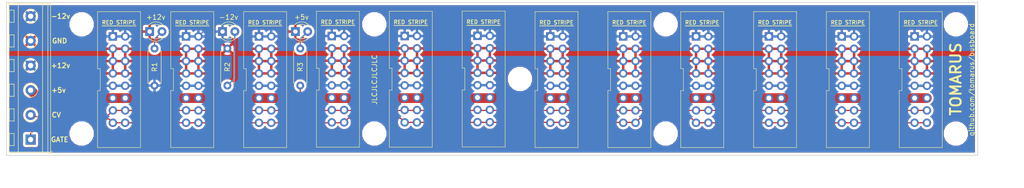
<source format=kicad_pcb>
(kicad_pcb (version 20171130) (host pcbnew 5.0.2+dfsg1-1~bpo9+1)
  (layers (0 F.Cu signal) (31 B.Cu signal) (34 B.Paste user hide) (35 F.Paste user hide) (36 B.SilkS user) (37 F.SilkS user) (38 B.Mask user) (39 F.Mask user) (44 Edge.Cuts user))
  (net 0 "")
  (net 1 -12V)
  (net 2 GND)
  (net 3 +12V)
  (net 4 +5V)
  (net 5 /INT_CV)
  (net 6 /INT_GATE)
  (net 7 "Net-(D1-Pad2)")
  (net 8 "Net-(D3-Pad2)")
  (net 9 "Net-(D2-Pad2)")
  (module MountingHole:MountingHole_4.3mm_M4 (layer F.Cu) (at 177.75 77.5)
    (fp_text reference REF** hide)
    (fp_text value MountingHole_4.3mm_M4)
    (pad "" np_thru_hole circle (at 0 0) (size 4 4) (drill 4) (layers *.Cu *.Mask))
  )
  (module MountingHole:MountingHole_4.3mm_M4 (layer F.Cu) (at 117.75 77.5)
    (fp_text reference REF** hide)
    (fp_text value MountingHole_4.3mm_M4)
    (pad "" np_thru_hole circle (at 0 0) (size 4 4) (drill 4) (layers *.Cu *.Mask))
  )
  (module MountingHole:MountingHole_4.3mm_M4 (layer F.Cu) (at 177.75 55)
    (fp_text reference REF** hide)
    (fp_text value MountingHole_4.3mm_M4)
    (pad "" np_thru_hole circle (at 0 0) (size 4 4) (drill 4) (layers *.Cu *.Mask))
  )
  (module MountingHole:MountingHole_4.3mm_M4 (layer F.Cu) (at 117.75 55)
    (fp_text reference REF** hide)
    (fp_text value MountingHole_4.3mm_M4)
    (pad "" np_thru_hole circle (at 0 0) (size 4 4) (drill 4) (layers *.Cu *.Mask))
  )
  (module Tomarus:IDC-Header_2x08_P2.54mm_Vertical_Eurorack (layer F.Cu) (at 63.92 57.5)
    (fp_text reference J1 hide)
    (fp_text value Conn_02x08_Odd_Even)
    (fp_line (start -3.15468 -5.09524) (end -3.15468 6.6294) (layer F.SilkS) (width 0.1))
    (fp_line (start -3.15468 22.87524) (end -3.15468 11.14552) (layer F.SilkS) (width 0.1))
    (fp_line (start -2.6035 11.1379) (end -2.6035 6.6421) (layer F.SilkS) (width 0.1))
    (fp_line (start -2.2 -2.165) (end 4.75 -2.165) (layer F.SilkS) (width 0.15))
    (fp_text user "RED STRIPE" (at 1.25 -2.865) (layer F.SilkS) (effects (font (size 0.8 0.8))))
    (fp_line (start 5.695 22.88) (end -3.155 22.88) (layer F.SilkS) (width 0.1))
    (fp_line (start 5.695 -5.1) (end -3.155 -5.1) (layer F.SilkS) (width 0.1))
    (fp_line (start -2.605 11.14) (end -3.155 11.14) (layer F.SilkS) (width 0.1))
    (fp_line (start -2.605 6.64) (end -3.155 6.64) (layer F.SilkS) (width 0.1))
    (fp_line (start 5.695 -5.1) (end 5.695 22.88) (layer F.SilkS) (width 0.1))
    (pad 16 thru_hole oval (at 2.54 17.78) (size 1.7272 1.7272) (drill 1.016) (layers *.Cu *.Mask) (net 6 /INT_GATE))
    (pad 15 thru_hole oval (at 0 17.78) (size 1.7272 1.7272) (drill 1.016) (layers *.Cu *.Mask) (net 6 /INT_GATE))
    (pad 14 thru_hole oval (at 2.54 15.24) (size 1.7272 1.7272) (drill 1.016) (layers *.Cu *.Mask) (net 5 /INT_CV))
    (pad 13 thru_hole oval (at 0 15.24) (size 1.7272 1.7272) (drill 1.016) (layers *.Cu *.Mask) (net 5 /INT_CV))
    (pad 12 thru_hole oval (at 2.54 12.7) (size 1.7272 1.7272) (drill 1.016) (layers *.Cu *.Mask) (net 4 +5V))
    (pad 11 thru_hole oval (at 0 12.7) (size 1.7272 1.7272) (drill 1.016) (layers *.Cu *.Mask) (net 4 +5V))
    (pad 10 thru_hole oval (at 2.54 10.16) (size 1.7272 1.7272) (drill 1.016) (layers *.Cu *.Mask) (net 3 +12V))
    (pad 9 thru_hole oval (at 0 10.16) (size 1.7272 1.7272) (drill 1.016) (layers *.Cu *.Mask) (net 3 +12V))
    (pad 8 thru_hole oval (at 2.54 7.62) (size 1.7272 1.7272) (drill 1.016) (layers *.Cu *.Mask) (net 2 GND))
    (pad 7 thru_hole oval (at 0 7.62) (size 1.7272 1.7272) (drill 1.016) (layers *.Cu *.Mask) (net 2 GND))
    (pad 6 thru_hole oval (at 2.54 5.08) (size 1.7272 1.7272) (drill 1.016) (layers *.Cu *.Mask) (net 2 GND))
    (pad 5 thru_hole oval (at 0 5.08) (size 1.7272 1.7272) (drill 1.016) (layers *.Cu *.Mask) (net 2 GND))
    (pad 4 thru_hole oval (at 2.54 2.54) (size 1.7272 1.7272) (drill 1.016) (layers *.Cu *.Mask) (net 2 GND))
    (pad 3 thru_hole oval (at 0 2.54) (size 1.7272 1.7272) (drill 1.016) (layers *.Cu *.Mask) (net 2 GND))
    (pad 2 thru_hole oval (at 2.54 0) (size 1.7272 1.7272) (drill 1.016) (layers *.Cu *.Mask) (net 1 -12V))
    (pad 1 thru_hole rect (at 0 0) (size 1.7272 1.7272) (drill 1.016) (layers *.Cu *.Mask) (net 1 -12V))
  )
  (module Tomarus:IDC-Header_2x08_P2.54mm_Vertical_Eurorack (layer F.Cu) (at 79 57.5)
    (fp_text reference J2 hide)
    (fp_text value Conn_02x08_Odd_Even)
    (fp_line (start -3.15468 -5.09524) (end -3.15468 6.6294) (layer F.SilkS) (width 0.1))
    (fp_line (start -3.15468 22.87524) (end -3.15468 11.14552) (layer F.SilkS) (width 0.1))
    (fp_line (start -2.6035 11.1379) (end -2.6035 6.6421) (layer F.SilkS) (width 0.1))
    (fp_line (start -2.2 -2.165) (end 4.75 -2.165) (layer F.SilkS) (width 0.15))
    (fp_text user "RED STRIPE" (at 1.25 -2.865) (layer F.SilkS) (effects (font (size 0.8 0.8))))
    (fp_line (start 5.695 22.88) (end -3.155 22.88) (layer F.SilkS) (width 0.1))
    (fp_line (start 5.695 -5.1) (end -3.155 -5.1) (layer F.SilkS) (width 0.1))
    (fp_line (start -2.605 11.14) (end -3.155 11.14) (layer F.SilkS) (width 0.1))
    (fp_line (start -2.605 6.64) (end -3.155 6.64) (layer F.SilkS) (width 0.1))
    (fp_line (start 5.695 -5.1) (end 5.695 22.88) (layer F.SilkS) (width 0.1))
    (pad 16 thru_hole oval (at 2.54 17.78) (size 1.7272 1.7272) (drill 1.016) (layers *.Cu *.Mask) (net 6 /INT_GATE))
    (pad 15 thru_hole oval (at 0 17.78) (size 1.7272 1.7272) (drill 1.016) (layers *.Cu *.Mask) (net 6 /INT_GATE))
    (pad 14 thru_hole oval (at 2.54 15.24) (size 1.7272 1.7272) (drill 1.016) (layers *.Cu *.Mask) (net 5 /INT_CV))
    (pad 13 thru_hole oval (at 0 15.24) (size 1.7272 1.7272) (drill 1.016) (layers *.Cu *.Mask) (net 5 /INT_CV))
    (pad 12 thru_hole oval (at 2.54 12.7) (size 1.7272 1.7272) (drill 1.016) (layers *.Cu *.Mask) (net 4 +5V))
    (pad 11 thru_hole oval (at 0 12.7) (size 1.7272 1.7272) (drill 1.016) (layers *.Cu *.Mask) (net 4 +5V))
    (pad 10 thru_hole oval (at 2.54 10.16) (size 1.7272 1.7272) (drill 1.016) (layers *.Cu *.Mask) (net 3 +12V))
    (pad 9 thru_hole oval (at 0 10.16) (size 1.7272 1.7272) (drill 1.016) (layers *.Cu *.Mask) (net 3 +12V))
    (pad 8 thru_hole oval (at 2.54 7.62) (size 1.7272 1.7272) (drill 1.016) (layers *.Cu *.Mask) (net 2 GND))
    (pad 7 thru_hole oval (at 0 7.62) (size 1.7272 1.7272) (drill 1.016) (layers *.Cu *.Mask) (net 2 GND))
    (pad 6 thru_hole oval (at 2.54 5.08) (size 1.7272 1.7272) (drill 1.016) (layers *.Cu *.Mask) (net 2 GND))
    (pad 5 thru_hole oval (at 0 5.08) (size 1.7272 1.7272) (drill 1.016) (layers *.Cu *.Mask) (net 2 GND))
    (pad 4 thru_hole oval (at 2.54 2.54) (size 1.7272 1.7272) (drill 1.016) (layers *.Cu *.Mask) (net 2 GND))
    (pad 3 thru_hole oval (at 0 2.54) (size 1.7272 1.7272) (drill 1.016) (layers *.Cu *.Mask) (net 2 GND))
    (pad 2 thru_hole oval (at 2.54 0) (size 1.7272 1.7272) (drill 1.016) (layers *.Cu *.Mask) (net 1 -12V))
    (pad 1 thru_hole rect (at 0 0) (size 1.7272 1.7272) (drill 1.016) (layers *.Cu *.Mask) (net 1 -12V))
  )
  (module Tomarus:IDC-Header_2x08_P2.54mm_Vertical_Eurorack (layer F.Cu) (at 94 57.5)
    (fp_text reference J3 hide)
    (fp_text value Conn_02x08_Odd_Even)
    (fp_line (start -3.15468 -5.09524) (end -3.15468 6.6294) (layer F.SilkS) (width 0.1))
    (fp_line (start -3.15468 22.87524) (end -3.15468 11.14552) (layer F.SilkS) (width 0.1))
    (fp_line (start -2.6035 11.1379) (end -2.6035 6.6421) (layer F.SilkS) (width 0.1))
    (fp_line (start -2.2 -2.165) (end 4.75 -2.165) (layer F.SilkS) (width 0.15))
    (fp_text user "RED STRIPE" (at 1.25 -2.865) (layer F.SilkS) (effects (font (size 0.8 0.8))))
    (fp_line (start 5.695 22.88) (end -3.155 22.88) (layer F.SilkS) (width 0.1))
    (fp_line (start 5.695 -5.1) (end -3.155 -5.1) (layer F.SilkS) (width 0.1))
    (fp_line (start -2.605 11.14) (end -3.155 11.14) (layer F.SilkS) (width 0.1))
    (fp_line (start -2.605 6.64) (end -3.155 6.64) (layer F.SilkS) (width 0.1))
    (fp_line (start 5.695 -5.1) (end 5.695 22.88) (layer F.SilkS) (width 0.1))
    (pad 16 thru_hole oval (at 2.54 17.78) (size 1.7272 1.7272) (drill 1.016) (layers *.Cu *.Mask) (net 6 /INT_GATE))
    (pad 15 thru_hole oval (at 0 17.78) (size 1.7272 1.7272) (drill 1.016) (layers *.Cu *.Mask) (net 6 /INT_GATE))
    (pad 14 thru_hole oval (at 2.54 15.24) (size 1.7272 1.7272) (drill 1.016) (layers *.Cu *.Mask) (net 5 /INT_CV))
    (pad 13 thru_hole oval (at 0 15.24) (size 1.7272 1.7272) (drill 1.016) (layers *.Cu *.Mask) (net 5 /INT_CV))
    (pad 12 thru_hole oval (at 2.54 12.7) (size 1.7272 1.7272) (drill 1.016) (layers *.Cu *.Mask) (net 4 +5V))
    (pad 11 thru_hole oval (at 0 12.7) (size 1.7272 1.7272) (drill 1.016) (layers *.Cu *.Mask) (net 4 +5V))
    (pad 10 thru_hole oval (at 2.54 10.16) (size 1.7272 1.7272) (drill 1.016) (layers *.Cu *.Mask) (net 3 +12V))
    (pad 9 thru_hole oval (at 0 10.16) (size 1.7272 1.7272) (drill 1.016) (layers *.Cu *.Mask) (net 3 +12V))
    (pad 8 thru_hole oval (at 2.54 7.62) (size 1.7272 1.7272) (drill 1.016) (layers *.Cu *.Mask) (net 2 GND))
    (pad 7 thru_hole oval (at 0 7.62) (size 1.7272 1.7272) (drill 1.016) (layers *.Cu *.Mask) (net 2 GND))
    (pad 6 thru_hole oval (at 2.54 5.08) (size 1.7272 1.7272) (drill 1.016) (layers *.Cu *.Mask) (net 2 GND))
    (pad 5 thru_hole oval (at 0 5.08) (size 1.7272 1.7272) (drill 1.016) (layers *.Cu *.Mask) (net 2 GND))
    (pad 4 thru_hole oval (at 2.54 2.54) (size 1.7272 1.7272) (drill 1.016) (layers *.Cu *.Mask) (net 2 GND))
    (pad 3 thru_hole oval (at 0 2.54) (size 1.7272 1.7272) (drill 1.016) (layers *.Cu *.Mask) (net 2 GND))
    (pad 2 thru_hole oval (at 2.54 0) (size 1.7272 1.7272) (drill 1.016) (layers *.Cu *.Mask) (net 1 -12V))
    (pad 1 thru_hole rect (at 0 0) (size 1.7272 1.7272) (drill 1.016) (layers *.Cu *.Mask) (net 1 -12V))
  )
  (module Tomarus:IDC-Header_2x08_P2.54mm_Vertical_Eurorack (layer F.Cu) (at 109 57.42)
    (fp_text reference J4 hide)
    (fp_text value Conn_02x08_Odd_Even)
    (fp_line (start -3.15468 -5.09524) (end -3.15468 6.6294) (layer F.SilkS) (width 0.1))
    (fp_line (start -3.15468 22.87524) (end -3.15468 11.14552) (layer F.SilkS) (width 0.1))
    (fp_line (start -2.6035 11.1379) (end -2.6035 6.6421) (layer F.SilkS) (width 0.1))
    (fp_line (start -2.2 -2.165) (end 4.75 -2.165) (layer F.SilkS) (width 0.15))
    (fp_text user "RED STRIPE" (at 1.25 -2.865) (layer F.SilkS) (effects (font (size 0.8 0.8))))
    (fp_line (start 5.695 22.88) (end -3.155 22.88) (layer F.SilkS) (width 0.1))
    (fp_line (start 5.695 -5.1) (end -3.155 -5.1) (layer F.SilkS) (width 0.1))
    (fp_line (start -2.605 11.14) (end -3.155 11.14) (layer F.SilkS) (width 0.1))
    (fp_line (start -2.605 6.64) (end -3.155 6.64) (layer F.SilkS) (width 0.1))
    (fp_line (start 5.695 -5.1) (end 5.695 22.88) (layer F.SilkS) (width 0.1))
    (pad 16 thru_hole oval (at 2.54 17.78) (size 1.7272 1.7272) (drill 1.016) (layers *.Cu *.Mask) (net 6 /INT_GATE))
    (pad 15 thru_hole oval (at 0 17.78) (size 1.7272 1.7272) (drill 1.016) (layers *.Cu *.Mask) (net 6 /INT_GATE))
    (pad 14 thru_hole oval (at 2.54 15.24) (size 1.7272 1.7272) (drill 1.016) (layers *.Cu *.Mask) (net 5 /INT_CV))
    (pad 13 thru_hole oval (at 0 15.24) (size 1.7272 1.7272) (drill 1.016) (layers *.Cu *.Mask) (net 5 /INT_CV))
    (pad 12 thru_hole oval (at 2.54 12.7) (size 1.7272 1.7272) (drill 1.016) (layers *.Cu *.Mask) (net 4 +5V))
    (pad 11 thru_hole oval (at 0 12.7) (size 1.7272 1.7272) (drill 1.016) (layers *.Cu *.Mask) (net 4 +5V))
    (pad 10 thru_hole oval (at 2.54 10.16) (size 1.7272 1.7272) (drill 1.016) (layers *.Cu *.Mask) (net 3 +12V))
    (pad 9 thru_hole oval (at 0 10.16) (size 1.7272 1.7272) (drill 1.016) (layers *.Cu *.Mask) (net 3 +12V))
    (pad 8 thru_hole oval (at 2.54 7.62) (size 1.7272 1.7272) (drill 1.016) (layers *.Cu *.Mask) (net 2 GND))
    (pad 7 thru_hole oval (at 0 7.62) (size 1.7272 1.7272) (drill 1.016) (layers *.Cu *.Mask) (net 2 GND))
    (pad 6 thru_hole oval (at 2.54 5.08) (size 1.7272 1.7272) (drill 1.016) (layers *.Cu *.Mask) (net 2 GND))
    (pad 5 thru_hole oval (at 0 5.08) (size 1.7272 1.7272) (drill 1.016) (layers *.Cu *.Mask) (net 2 GND))
    (pad 4 thru_hole oval (at 2.54 2.54) (size 1.7272 1.7272) (drill 1.016) (layers *.Cu *.Mask) (net 2 GND))
    (pad 3 thru_hole oval (at 0 2.54) (size 1.7272 1.7272) (drill 1.016) (layers *.Cu *.Mask) (net 2 GND))
    (pad 2 thru_hole oval (at 2.54 0) (size 1.7272 1.7272) (drill 1.016) (layers *.Cu *.Mask) (net 1 -12V))
    (pad 1 thru_hole rect (at 0 0) (size 1.7272 1.7272) (drill 1.016) (layers *.Cu *.Mask) (net 1 -12V))
  )
  (module Tomarus:IDC-Header_2x08_P2.54mm_Vertical_Eurorack (layer F.Cu) (at 124 57.42)
    (fp_text reference J5 hide)
    (fp_text value Conn_02x08_Odd_Even)
    (fp_line (start -3.15468 -5.09524) (end -3.15468 6.6294) (layer F.SilkS) (width 0.1))
    (fp_line (start -3.15468 22.87524) (end -3.15468 11.14552) (layer F.SilkS) (width 0.1))
    (fp_line (start -2.6035 11.1379) (end -2.6035 6.6421) (layer F.SilkS) (width 0.1))
    (fp_line (start -2.2 -2.165) (end 4.75 -2.165) (layer F.SilkS) (width 0.15))
    (fp_text user "RED STRIPE" (at 1.25 -2.865) (layer F.SilkS) (effects (font (size 0.8 0.8))))
    (fp_line (start 5.695 22.88) (end -3.155 22.88) (layer F.SilkS) (width 0.1))
    (fp_line (start 5.695 -5.1) (end -3.155 -5.1) (layer F.SilkS) (width 0.1))
    (fp_line (start -2.605 11.14) (end -3.155 11.14) (layer F.SilkS) (width 0.1))
    (fp_line (start -2.605 6.64) (end -3.155 6.64) (layer F.SilkS) (width 0.1))
    (fp_line (start 5.695 -5.1) (end 5.695 22.88) (layer F.SilkS) (width 0.1))
    (pad 16 thru_hole oval (at 2.54 17.78) (size 1.7272 1.7272) (drill 1.016) (layers *.Cu *.Mask) (net 6 /INT_GATE))
    (pad 15 thru_hole oval (at 0 17.78) (size 1.7272 1.7272) (drill 1.016) (layers *.Cu *.Mask) (net 6 /INT_GATE))
    (pad 14 thru_hole oval (at 2.54 15.24) (size 1.7272 1.7272) (drill 1.016) (layers *.Cu *.Mask) (net 5 /INT_CV))
    (pad 13 thru_hole oval (at 0 15.24) (size 1.7272 1.7272) (drill 1.016) (layers *.Cu *.Mask) (net 5 /INT_CV))
    (pad 12 thru_hole oval (at 2.54 12.7) (size 1.7272 1.7272) (drill 1.016) (layers *.Cu *.Mask) (net 4 +5V))
    (pad 11 thru_hole oval (at 0 12.7) (size 1.7272 1.7272) (drill 1.016) (layers *.Cu *.Mask) (net 4 +5V))
    (pad 10 thru_hole oval (at 2.54 10.16) (size 1.7272 1.7272) (drill 1.016) (layers *.Cu *.Mask) (net 3 +12V))
    (pad 9 thru_hole oval (at 0 10.16) (size 1.7272 1.7272) (drill 1.016) (layers *.Cu *.Mask) (net 3 +12V))
    (pad 8 thru_hole oval (at 2.54 7.62) (size 1.7272 1.7272) (drill 1.016) (layers *.Cu *.Mask) (net 2 GND))
    (pad 7 thru_hole oval (at 0 7.62) (size 1.7272 1.7272) (drill 1.016) (layers *.Cu *.Mask) (net 2 GND))
    (pad 6 thru_hole oval (at 2.54 5.08) (size 1.7272 1.7272) (drill 1.016) (layers *.Cu *.Mask) (net 2 GND))
    (pad 5 thru_hole oval (at 0 5.08) (size 1.7272 1.7272) (drill 1.016) (layers *.Cu *.Mask) (net 2 GND))
    (pad 4 thru_hole oval (at 2.54 2.54) (size 1.7272 1.7272) (drill 1.016) (layers *.Cu *.Mask) (net 2 GND))
    (pad 3 thru_hole oval (at 0 2.54) (size 1.7272 1.7272) (drill 1.016) (layers *.Cu *.Mask) (net 2 GND))
    (pad 2 thru_hole oval (at 2.54 0) (size 1.7272 1.7272) (drill 1.016) (layers *.Cu *.Mask) (net 1 -12V))
    (pad 1 thru_hole rect (at 0 0) (size 1.7272 1.7272) (drill 1.016) (layers *.Cu *.Mask) (net 1 -12V))
  )
  (module Tomarus:IDC-Header_2x08_P2.54mm_Vertical_Eurorack (layer F.Cu) (at 139 57.38)
    (fp_text reference J6 hide)
    (fp_text value Conn_02x08_Odd_Even)
    (fp_line (start -3.15468 -5.09524) (end -3.15468 6.6294) (layer F.SilkS) (width 0.1))
    (fp_line (start -3.15468 22.87524) (end -3.15468 11.14552) (layer F.SilkS) (width 0.1))
    (fp_line (start -2.6035 11.1379) (end -2.6035 6.6421) (layer F.SilkS) (width 0.1))
    (fp_line (start -2.2 -2.165) (end 4.75 -2.165) (layer F.SilkS) (width 0.15))
    (fp_text user "RED STRIPE" (at 1.25 -2.865) (layer F.SilkS) (effects (font (size 0.8 0.8))))
    (fp_line (start 5.695 22.88) (end -3.155 22.88) (layer F.SilkS) (width 0.1))
    (fp_line (start 5.695 -5.1) (end -3.155 -5.1) (layer F.SilkS) (width 0.1))
    (fp_line (start -2.605 11.14) (end -3.155 11.14) (layer F.SilkS) (width 0.1))
    (fp_line (start -2.605 6.64) (end -3.155 6.64) (layer F.SilkS) (width 0.1))
    (fp_line (start 5.695 -5.1) (end 5.695 22.88) (layer F.SilkS) (width 0.1))
    (pad 16 thru_hole oval (at 2.54 17.78) (size 1.7272 1.7272) (drill 1.016) (layers *.Cu *.Mask) (net 6 /INT_GATE))
    (pad 15 thru_hole oval (at 0 17.78) (size 1.7272 1.7272) (drill 1.016) (layers *.Cu *.Mask) (net 6 /INT_GATE))
    (pad 14 thru_hole oval (at 2.54 15.24) (size 1.7272 1.7272) (drill 1.016) (layers *.Cu *.Mask) (net 5 /INT_CV))
    (pad 13 thru_hole oval (at 0 15.24) (size 1.7272 1.7272) (drill 1.016) (layers *.Cu *.Mask) (net 5 /INT_CV))
    (pad 12 thru_hole oval (at 2.54 12.7) (size 1.7272 1.7272) (drill 1.016) (layers *.Cu *.Mask) (net 4 +5V))
    (pad 11 thru_hole oval (at 0 12.7) (size 1.7272 1.7272) (drill 1.016) (layers *.Cu *.Mask) (net 4 +5V))
    (pad 10 thru_hole oval (at 2.54 10.16) (size 1.7272 1.7272) (drill 1.016) (layers *.Cu *.Mask) (net 3 +12V))
    (pad 9 thru_hole oval (at 0 10.16) (size 1.7272 1.7272) (drill 1.016) (layers *.Cu *.Mask) (net 3 +12V))
    (pad 8 thru_hole oval (at 2.54 7.62) (size 1.7272 1.7272) (drill 1.016) (layers *.Cu *.Mask) (net 2 GND))
    (pad 7 thru_hole oval (at 0 7.62) (size 1.7272 1.7272) (drill 1.016) (layers *.Cu *.Mask) (net 2 GND))
    (pad 6 thru_hole oval (at 2.54 5.08) (size 1.7272 1.7272) (drill 1.016) (layers *.Cu *.Mask) (net 2 GND))
    (pad 5 thru_hole oval (at 0 5.08) (size 1.7272 1.7272) (drill 1.016) (layers *.Cu *.Mask) (net 2 GND))
    (pad 4 thru_hole oval (at 2.54 2.54) (size 1.7272 1.7272) (drill 1.016) (layers *.Cu *.Mask) (net 2 GND))
    (pad 3 thru_hole oval (at 0 2.54) (size 1.7272 1.7272) (drill 1.016) (layers *.Cu *.Mask) (net 2 GND))
    (pad 2 thru_hole oval (at 2.54 0) (size 1.7272 1.7272) (drill 1.016) (layers *.Cu *.Mask) (net 1 -12V))
    (pad 1 thru_hole rect (at 0 0) (size 1.7272 1.7272) (drill 1.016) (layers *.Cu *.Mask) (net 1 -12V))
  )
  (module Tomarus:IDC-Header_2x08_P2.54mm_Vertical_Eurorack (layer F.Cu) (at 154 57.5)
    (fp_text reference J7 hide)
    (fp_text value Conn_02x08_Odd_Even)
    (fp_line (start -3.15468 -5.09524) (end -3.15468 6.6294) (layer F.SilkS) (width 0.1))
    (fp_line (start -3.15468 22.87524) (end -3.15468 11.14552) (layer F.SilkS) (width 0.1))
    (fp_line (start -2.6035 11.1379) (end -2.6035 6.6421) (layer F.SilkS) (width 0.1))
    (fp_line (start -2.2 -2.165) (end 4.75 -2.165) (layer F.SilkS) (width 0.15))
    (fp_text user "RED STRIPE" (at 1.25 -2.865) (layer F.SilkS) (effects (font (size 0.8 0.8))))
    (fp_line (start 5.695 22.88) (end -3.155 22.88) (layer F.SilkS) (width 0.1))
    (fp_line (start 5.695 -5.1) (end -3.155 -5.1) (layer F.SilkS) (width 0.1))
    (fp_line (start -2.605 11.14) (end -3.155 11.14) (layer F.SilkS) (width 0.1))
    (fp_line (start -2.605 6.64) (end -3.155 6.64) (layer F.SilkS) (width 0.1))
    (fp_line (start 5.695 -5.1) (end 5.695 22.88) (layer F.SilkS) (width 0.1))
    (pad 16 thru_hole oval (at 2.54 17.78) (size 1.7272 1.7272) (drill 1.016) (layers *.Cu *.Mask) (net 6 /INT_GATE))
    (pad 15 thru_hole oval (at 0 17.78) (size 1.7272 1.7272) (drill 1.016) (layers *.Cu *.Mask) (net 6 /INT_GATE))
    (pad 14 thru_hole oval (at 2.54 15.24) (size 1.7272 1.7272) (drill 1.016) (layers *.Cu *.Mask) (net 5 /INT_CV))
    (pad 13 thru_hole oval (at 0 15.24) (size 1.7272 1.7272) (drill 1.016) (layers *.Cu *.Mask) (net 5 /INT_CV))
    (pad 12 thru_hole oval (at 2.54 12.7) (size 1.7272 1.7272) (drill 1.016) (layers *.Cu *.Mask) (net 4 +5V))
    (pad 11 thru_hole oval (at 0 12.7) (size 1.7272 1.7272) (drill 1.016) (layers *.Cu *.Mask) (net 4 +5V))
    (pad 10 thru_hole oval (at 2.54 10.16) (size 1.7272 1.7272) (drill 1.016) (layers *.Cu *.Mask) (net 3 +12V))
    (pad 9 thru_hole oval (at 0 10.16) (size 1.7272 1.7272) (drill 1.016) (layers *.Cu *.Mask) (net 3 +12V))
    (pad 8 thru_hole oval (at 2.54 7.62) (size 1.7272 1.7272) (drill 1.016) (layers *.Cu *.Mask) (net 2 GND))
    (pad 7 thru_hole oval (at 0 7.62) (size 1.7272 1.7272) (drill 1.016) (layers *.Cu *.Mask) (net 2 GND))
    (pad 6 thru_hole oval (at 2.54 5.08) (size 1.7272 1.7272) (drill 1.016) (layers *.Cu *.Mask) (net 2 GND))
    (pad 5 thru_hole oval (at 0 5.08) (size 1.7272 1.7272) (drill 1.016) (layers *.Cu *.Mask) (net 2 GND))
    (pad 4 thru_hole oval (at 2.54 2.54) (size 1.7272 1.7272) (drill 1.016) (layers *.Cu *.Mask) (net 2 GND))
    (pad 3 thru_hole oval (at 0 2.54) (size 1.7272 1.7272) (drill 1.016) (layers *.Cu *.Mask) (net 2 GND))
    (pad 2 thru_hole oval (at 2.54 0) (size 1.7272 1.7272) (drill 1.016) (layers *.Cu *.Mask) (net 1 -12V))
    (pad 1 thru_hole rect (at 0 0) (size 1.7272 1.7272) (drill 1.016) (layers *.Cu *.Mask) (net 1 -12V))
  )
  (module Tomarus:IDC-Header_2x08_P2.54mm_Vertical_Eurorack (layer F.Cu) (at 169 57.5)
    (fp_text reference J8 hide)
    (fp_text value Conn_02x08_Odd_Even)
    (fp_line (start -3.15468 -5.09524) (end -3.15468 6.6294) (layer F.SilkS) (width 0.1))
    (fp_line (start -3.15468 22.87524) (end -3.15468 11.14552) (layer F.SilkS) (width 0.1))
    (fp_line (start -2.6035 11.1379) (end -2.6035 6.6421) (layer F.SilkS) (width 0.1))
    (fp_line (start -2.2 -2.165) (end 4.75 -2.165) (layer F.SilkS) (width 0.15))
    (fp_text user "RED STRIPE" (at 1.25 -2.865) (layer F.SilkS) (effects (font (size 0.8 0.8))))
    (fp_line (start 5.695 22.88) (end -3.155 22.88) (layer F.SilkS) (width 0.1))
    (fp_line (start 5.695 -5.1) (end -3.155 -5.1) (layer F.SilkS) (width 0.1))
    (fp_line (start -2.605 11.14) (end -3.155 11.14) (layer F.SilkS) (width 0.1))
    (fp_line (start -2.605 6.64) (end -3.155 6.64) (layer F.SilkS) (width 0.1))
    (fp_line (start 5.695 -5.1) (end 5.695 22.88) (layer F.SilkS) (width 0.1))
    (pad 16 thru_hole oval (at 2.54 17.78) (size 1.7272 1.7272) (drill 1.016) (layers *.Cu *.Mask) (net 6 /INT_GATE))
    (pad 15 thru_hole oval (at 0 17.78) (size 1.7272 1.7272) (drill 1.016) (layers *.Cu *.Mask) (net 6 /INT_GATE))
    (pad 14 thru_hole oval (at 2.54 15.24) (size 1.7272 1.7272) (drill 1.016) (layers *.Cu *.Mask) (net 5 /INT_CV))
    (pad 13 thru_hole oval (at 0 15.24) (size 1.7272 1.7272) (drill 1.016) (layers *.Cu *.Mask) (net 5 /INT_CV))
    (pad 12 thru_hole oval (at 2.54 12.7) (size 1.7272 1.7272) (drill 1.016) (layers *.Cu *.Mask) (net 4 +5V))
    (pad 11 thru_hole oval (at 0 12.7) (size 1.7272 1.7272) (drill 1.016) (layers *.Cu *.Mask) (net 4 +5V))
    (pad 10 thru_hole oval (at 2.54 10.16) (size 1.7272 1.7272) (drill 1.016) (layers *.Cu *.Mask) (net 3 +12V))
    (pad 9 thru_hole oval (at 0 10.16) (size 1.7272 1.7272) (drill 1.016) (layers *.Cu *.Mask) (net 3 +12V))
    (pad 8 thru_hole oval (at 2.54 7.62) (size 1.7272 1.7272) (drill 1.016) (layers *.Cu *.Mask) (net 2 GND))
    (pad 7 thru_hole oval (at 0 7.62) (size 1.7272 1.7272) (drill 1.016) (layers *.Cu *.Mask) (net 2 GND))
    (pad 6 thru_hole oval (at 2.54 5.08) (size 1.7272 1.7272) (drill 1.016) (layers *.Cu *.Mask) (net 2 GND))
    (pad 5 thru_hole oval (at 0 5.08) (size 1.7272 1.7272) (drill 1.016) (layers *.Cu *.Mask) (net 2 GND))
    (pad 4 thru_hole oval (at 2.54 2.54) (size 1.7272 1.7272) (drill 1.016) (layers *.Cu *.Mask) (net 2 GND))
    (pad 3 thru_hole oval (at 0 2.54) (size 1.7272 1.7272) (drill 1.016) (layers *.Cu *.Mask) (net 2 GND))
    (pad 2 thru_hole oval (at 2.54 0) (size 1.7272 1.7272) (drill 1.016) (layers *.Cu *.Mask) (net 1 -12V))
    (pad 1 thru_hole rect (at 0 0) (size 1.7272 1.7272) (drill 1.016) (layers *.Cu *.Mask) (net 1 -12V))
  )
  (module Tomarus:IDC-Header_2x08_P2.54mm_Vertical_Eurorack (layer F.Cu) (at 184 57.5)
    (fp_text reference J9 hide)
    (fp_text value Conn_02x08_Odd_Even)
    (fp_line (start -3.15468 -5.09524) (end -3.15468 6.6294) (layer F.SilkS) (width 0.1))
    (fp_line (start -3.15468 22.87524) (end -3.15468 11.14552) (layer F.SilkS) (width 0.1))
    (fp_line (start -2.6035 11.1379) (end -2.6035 6.6421) (layer F.SilkS) (width 0.1))
    (fp_line (start -2.2 -2.165) (end 4.75 -2.165) (layer F.SilkS) (width 0.15))
    (fp_text user "RED STRIPE" (at 1.25 -2.865) (layer F.SilkS) (effects (font (size 0.8 0.8))))
    (fp_line (start 5.695 22.88) (end -3.155 22.88) (layer F.SilkS) (width 0.1))
    (fp_line (start 5.695 -5.1) (end -3.155 -5.1) (layer F.SilkS) (width 0.1))
    (fp_line (start -2.605 11.14) (end -3.155 11.14) (layer F.SilkS) (width 0.1))
    (fp_line (start -2.605 6.64) (end -3.155 6.64) (layer F.SilkS) (width 0.1))
    (fp_line (start 5.695 -5.1) (end 5.695 22.88) (layer F.SilkS) (width 0.1))
    (pad 16 thru_hole oval (at 2.54 17.78) (size 1.7272 1.7272) (drill 1.016) (layers *.Cu *.Mask) (net 6 /INT_GATE))
    (pad 15 thru_hole oval (at 0 17.78) (size 1.7272 1.7272) (drill 1.016) (layers *.Cu *.Mask) (net 6 /INT_GATE))
    (pad 14 thru_hole oval (at 2.54 15.24) (size 1.7272 1.7272) (drill 1.016) (layers *.Cu *.Mask) (net 5 /INT_CV))
    (pad 13 thru_hole oval (at 0 15.24) (size 1.7272 1.7272) (drill 1.016) (layers *.Cu *.Mask) (net 5 /INT_CV))
    (pad 12 thru_hole oval (at 2.54 12.7) (size 1.7272 1.7272) (drill 1.016) (layers *.Cu *.Mask) (net 4 +5V))
    (pad 11 thru_hole oval (at 0 12.7) (size 1.7272 1.7272) (drill 1.016) (layers *.Cu *.Mask) (net 4 +5V))
    (pad 10 thru_hole oval (at 2.54 10.16) (size 1.7272 1.7272) (drill 1.016) (layers *.Cu *.Mask) (net 3 +12V))
    (pad 9 thru_hole oval (at 0 10.16) (size 1.7272 1.7272) (drill 1.016) (layers *.Cu *.Mask) (net 3 +12V))
    (pad 8 thru_hole oval (at 2.54 7.62) (size 1.7272 1.7272) (drill 1.016) (layers *.Cu *.Mask) (net 2 GND))
    (pad 7 thru_hole oval (at 0 7.62) (size 1.7272 1.7272) (drill 1.016) (layers *.Cu *.Mask) (net 2 GND))
    (pad 6 thru_hole oval (at 2.54 5.08) (size 1.7272 1.7272) (drill 1.016) (layers *.Cu *.Mask) (net 2 GND))
    (pad 5 thru_hole oval (at 0 5.08) (size 1.7272 1.7272) (drill 1.016) (layers *.Cu *.Mask) (net 2 GND))
    (pad 4 thru_hole oval (at 2.54 2.54) (size 1.7272 1.7272) (drill 1.016) (layers *.Cu *.Mask) (net 2 GND))
    (pad 3 thru_hole oval (at 0 2.54) (size 1.7272 1.7272) (drill 1.016) (layers *.Cu *.Mask) (net 2 GND))
    (pad 2 thru_hole oval (at 2.54 0) (size 1.7272 1.7272) (drill 1.016) (layers *.Cu *.Mask) (net 1 -12V))
    (pad 1 thru_hole rect (at 0 0) (size 1.7272 1.7272) (drill 1.016) (layers *.Cu *.Mask) (net 1 -12V))
  )
  (module Tomarus:IDC-Header_2x08_P2.54mm_Vertical_Eurorack (layer F.Cu) (at 199 57.5)
    (fp_text reference J10 hide)
    (fp_text value Conn_02x08_Odd_Even)
    (fp_line (start -3.15468 -5.09524) (end -3.15468 6.6294) (layer F.SilkS) (width 0.1))
    (fp_line (start -3.15468 22.87524) (end -3.15468 11.14552) (layer F.SilkS) (width 0.1))
    (fp_line (start -2.6035 11.1379) (end -2.6035 6.6421) (layer F.SilkS) (width 0.1))
    (fp_line (start -2.2 -2.165) (end 4.75 -2.165) (layer F.SilkS) (width 0.15))
    (fp_text user "RED STRIPE" (at 1.25 -2.865) (layer F.SilkS) (effects (font (size 0.8 0.8))))
    (fp_line (start 5.695 22.88) (end -3.155 22.88) (layer F.SilkS) (width 0.1))
    (fp_line (start 5.695 -5.1) (end -3.155 -5.1) (layer F.SilkS) (width 0.1))
    (fp_line (start -2.605 11.14) (end -3.155 11.14) (layer F.SilkS) (width 0.1))
    (fp_line (start -2.605 6.64) (end -3.155 6.64) (layer F.SilkS) (width 0.1))
    (fp_line (start 5.695 -5.1) (end 5.695 22.88) (layer F.SilkS) (width 0.1))
    (pad 16 thru_hole oval (at 2.54 17.78) (size 1.7272 1.7272) (drill 1.016) (layers *.Cu *.Mask) (net 6 /INT_GATE))
    (pad 15 thru_hole oval (at 0 17.78) (size 1.7272 1.7272) (drill 1.016) (layers *.Cu *.Mask) (net 6 /INT_GATE))
    (pad 14 thru_hole oval (at 2.54 15.24) (size 1.7272 1.7272) (drill 1.016) (layers *.Cu *.Mask) (net 5 /INT_CV))
    (pad 13 thru_hole oval (at 0 15.24) (size 1.7272 1.7272) (drill 1.016) (layers *.Cu *.Mask) (net 5 /INT_CV))
    (pad 12 thru_hole oval (at 2.54 12.7) (size 1.7272 1.7272) (drill 1.016) (layers *.Cu *.Mask) (net 4 +5V))
    (pad 11 thru_hole oval (at 0 12.7) (size 1.7272 1.7272) (drill 1.016) (layers *.Cu *.Mask) (net 4 +5V))
    (pad 10 thru_hole oval (at 2.54 10.16) (size 1.7272 1.7272) (drill 1.016) (layers *.Cu *.Mask) (net 3 +12V))
    (pad 9 thru_hole oval (at 0 10.16) (size 1.7272 1.7272) (drill 1.016) (layers *.Cu *.Mask) (net 3 +12V))
    (pad 8 thru_hole oval (at 2.54 7.62) (size 1.7272 1.7272) (drill 1.016) (layers *.Cu *.Mask) (net 2 GND))
    (pad 7 thru_hole oval (at 0 7.62) (size 1.7272 1.7272) (drill 1.016) (layers *.Cu *.Mask) (net 2 GND))
    (pad 6 thru_hole oval (at 2.54 5.08) (size 1.7272 1.7272) (drill 1.016) (layers *.Cu *.Mask) (net 2 GND))
    (pad 5 thru_hole oval (at 0 5.08) (size 1.7272 1.7272) (drill 1.016) (layers *.Cu *.Mask) (net 2 GND))
    (pad 4 thru_hole oval (at 2.54 2.54) (size 1.7272 1.7272) (drill 1.016) (layers *.Cu *.Mask) (net 2 GND))
    (pad 3 thru_hole oval (at 0 2.54) (size 1.7272 1.7272) (drill 1.016) (layers *.Cu *.Mask) (net 2 GND))
    (pad 2 thru_hole oval (at 2.54 0) (size 1.7272 1.7272) (drill 1.016) (layers *.Cu *.Mask) (net 1 -12V))
    (pad 1 thru_hole rect (at 0 0) (size 1.7272 1.7272) (drill 1.016) (layers *.Cu *.Mask) (net 1 -12V))
  )
  (module Tomarus:IDC-Header_2x08_P2.54mm_Vertical_Eurorack (layer F.Cu) (at 214 57.5)
    (fp_text reference J11 hide)
    (fp_text value Conn_02x08_Odd_Even)
    (fp_line (start -3.15468 -5.09524) (end -3.15468 6.6294) (layer F.SilkS) (width 0.1))
    (fp_line (start -3.15468 22.87524) (end -3.15468 11.14552) (layer F.SilkS) (width 0.1))
    (fp_line (start -2.6035 11.1379) (end -2.6035 6.6421) (layer F.SilkS) (width 0.1))
    (fp_line (start -2.2 -2.165) (end 4.75 -2.165) (layer F.SilkS) (width 0.15))
    (fp_text user "RED STRIPE" (at 1.25 -2.865) (layer F.SilkS) (effects (font (size 0.8 0.8))))
    (fp_line (start 5.695 22.88) (end -3.155 22.88) (layer F.SilkS) (width 0.1))
    (fp_line (start 5.695 -5.1) (end -3.155 -5.1) (layer F.SilkS) (width 0.1))
    (fp_line (start -2.605 11.14) (end -3.155 11.14) (layer F.SilkS) (width 0.1))
    (fp_line (start -2.605 6.64) (end -3.155 6.64) (layer F.SilkS) (width 0.1))
    (fp_line (start 5.695 -5.1) (end 5.695 22.88) (layer F.SilkS) (width 0.1))
    (pad 16 thru_hole oval (at 2.54 17.78) (size 1.7272 1.7272) (drill 1.016) (layers *.Cu *.Mask) (net 6 /INT_GATE))
    (pad 15 thru_hole oval (at 0 17.78) (size 1.7272 1.7272) (drill 1.016) (layers *.Cu *.Mask) (net 6 /INT_GATE))
    (pad 14 thru_hole oval (at 2.54 15.24) (size 1.7272 1.7272) (drill 1.016) (layers *.Cu *.Mask) (net 5 /INT_CV))
    (pad 13 thru_hole oval (at 0 15.24) (size 1.7272 1.7272) (drill 1.016) (layers *.Cu *.Mask) (net 5 /INT_CV))
    (pad 12 thru_hole oval (at 2.54 12.7) (size 1.7272 1.7272) (drill 1.016) (layers *.Cu *.Mask) (net 4 +5V))
    (pad 11 thru_hole oval (at 0 12.7) (size 1.7272 1.7272) (drill 1.016) (layers *.Cu *.Mask) (net 4 +5V))
    (pad 10 thru_hole oval (at 2.54 10.16) (size 1.7272 1.7272) (drill 1.016) (layers *.Cu *.Mask) (net 3 +12V))
    (pad 9 thru_hole oval (at 0 10.16) (size 1.7272 1.7272) (drill 1.016) (layers *.Cu *.Mask) (net 3 +12V))
    (pad 8 thru_hole oval (at 2.54 7.62) (size 1.7272 1.7272) (drill 1.016) (layers *.Cu *.Mask) (net 2 GND))
    (pad 7 thru_hole oval (at 0 7.62) (size 1.7272 1.7272) (drill 1.016) (layers *.Cu *.Mask) (net 2 GND))
    (pad 6 thru_hole oval (at 2.54 5.08) (size 1.7272 1.7272) (drill 1.016) (layers *.Cu *.Mask) (net 2 GND))
    (pad 5 thru_hole oval (at 0 5.08) (size 1.7272 1.7272) (drill 1.016) (layers *.Cu *.Mask) (net 2 GND))
    (pad 4 thru_hole oval (at 2.54 2.54) (size 1.7272 1.7272) (drill 1.016) (layers *.Cu *.Mask) (net 2 GND))
    (pad 3 thru_hole oval (at 0 2.54) (size 1.7272 1.7272) (drill 1.016) (layers *.Cu *.Mask) (net 2 GND))
    (pad 2 thru_hole oval (at 2.54 0) (size 1.7272 1.7272) (drill 1.016) (layers *.Cu *.Mask) (net 1 -12V))
    (pad 1 thru_hole rect (at 0 0) (size 1.7272 1.7272) (drill 1.016) (layers *.Cu *.Mask) (net 1 -12V))
  )
  (module Tomarus:IDC-Header_2x08_P2.54mm_Vertical_Eurorack (layer F.Cu) (at 229 57.5)
    (fp_text reference J12 hide)
    (fp_text value Conn_02x08_Odd_Even)
    (fp_line (start -3.15468 -5.09524) (end -3.15468 6.6294) (layer F.SilkS) (width 0.1))
    (fp_line (start -3.15468 22.87524) (end -3.15468 11.14552) (layer F.SilkS) (width 0.1))
    (fp_line (start -2.6035 11.1379) (end -2.6035 6.6421) (layer F.SilkS) (width 0.1))
    (fp_line (start -2.2 -2.165) (end 4.75 -2.165) (layer F.SilkS) (width 0.15))
    (fp_text user "RED STRIPE" (at 1.25 -2.865) (layer F.SilkS) (effects (font (size 0.8 0.8))))
    (fp_line (start 5.695 22.88) (end -3.155 22.88) (layer F.SilkS) (width 0.1))
    (fp_line (start 5.695 -5.1) (end -3.155 -5.1) (layer F.SilkS) (width 0.1))
    (fp_line (start -2.605 11.14) (end -3.155 11.14) (layer F.SilkS) (width 0.1))
    (fp_line (start -2.605 6.64) (end -3.155 6.64) (layer F.SilkS) (width 0.1))
    (fp_line (start 5.695 -5.1) (end 5.695 22.88) (layer F.SilkS) (width 0.1))
    (pad 16 thru_hole oval (at 2.54 17.78) (size 1.7272 1.7272) (drill 1.016) (layers *.Cu *.Mask) (net 6 /INT_GATE))
    (pad 15 thru_hole oval (at 0 17.78) (size 1.7272 1.7272) (drill 1.016) (layers *.Cu *.Mask) (net 6 /INT_GATE))
    (pad 14 thru_hole oval (at 2.54 15.24) (size 1.7272 1.7272) (drill 1.016) (layers *.Cu *.Mask) (net 5 /INT_CV))
    (pad 13 thru_hole oval (at 0 15.24) (size 1.7272 1.7272) (drill 1.016) (layers *.Cu *.Mask) (net 5 /INT_CV))
    (pad 12 thru_hole oval (at 2.54 12.7) (size 1.7272 1.7272) (drill 1.016) (layers *.Cu *.Mask) (net 4 +5V))
    (pad 11 thru_hole oval (at 0 12.7) (size 1.7272 1.7272) (drill 1.016) (layers *.Cu *.Mask) (net 4 +5V))
    (pad 10 thru_hole oval (at 2.54 10.16) (size 1.7272 1.7272) (drill 1.016) (layers *.Cu *.Mask) (net 3 +12V))
    (pad 9 thru_hole oval (at 0 10.16) (size 1.7272 1.7272) (drill 1.016) (layers *.Cu *.Mask) (net 3 +12V))
    (pad 8 thru_hole oval (at 2.54 7.62) (size 1.7272 1.7272) (drill 1.016) (layers *.Cu *.Mask) (net 2 GND))
    (pad 7 thru_hole oval (at 0 7.62) (size 1.7272 1.7272) (drill 1.016) (layers *.Cu *.Mask) (net 2 GND))
    (pad 6 thru_hole oval (at 2.54 5.08) (size 1.7272 1.7272) (drill 1.016) (layers *.Cu *.Mask) (net 2 GND))
    (pad 5 thru_hole oval (at 0 5.08) (size 1.7272 1.7272) (drill 1.016) (layers *.Cu *.Mask) (net 2 GND))
    (pad 4 thru_hole oval (at 2.54 2.54) (size 1.7272 1.7272) (drill 1.016) (layers *.Cu *.Mask) (net 2 GND))
    (pad 3 thru_hole oval (at 0 2.54) (size 1.7272 1.7272) (drill 1.016) (layers *.Cu *.Mask) (net 2 GND))
    (pad 2 thru_hole oval (at 2.54 0) (size 1.7272 1.7272) (drill 1.016) (layers *.Cu *.Mask) (net 1 -12V))
    (pad 1 thru_hole rect (at 0 0) (size 1.7272 1.7272) (drill 1.016) (layers *.Cu *.Mask) (net 1 -12V))
  )
  (module MountingHole:MountingHole_4.3mm_M4 (layer F.Cu) (at 57.5 55)
    (fp_text reference REF** hide)
    (fp_text value MountingHole_4.3mm_M4)
    (pad "" np_thru_hole circle (at 0 0) (size 4 4) (drill 4) (layers *.Cu *.Mask))
  )
  (module MountingHole:MountingHole_4.3mm_M4 (layer F.Cu) (at 57.5 77.5)
    (fp_text reference REF** hide)
    (fp_text value MountingHole_4.3mm_M4)
    (pad "" np_thru_hole circle (at 0 0) (size 4 4) (drill 4) (layers *.Cu *.Mask))
  )
  (module MountingHole:MountingHole_4.3mm_M4 (layer F.Cu) (at 237.5 55)
    (fp_text reference REF** hide)
    (fp_text value MountingHole_4.3mm_M4)
    (pad "" np_thru_hole circle (at 0 0) (size 4 4) (drill 4) (layers *.Cu *.Mask))
  )
  (module MountingHole:MountingHole_4.3mm_M4 (layer F.Cu) (at 237.5 77.5)
    (fp_text reference REF** hide)
    (fp_text value MountingHole_4.3mm_M4)
    (pad "" np_thru_hole circle (at 0 0) (size 4 4) (drill 4) (layers *.Cu *.Mask))
  )
  (module MountingHole:MountingHole_4.3mm_M4 (layer F.Cu) (at 147.75 66.25)
    (fp_text reference REF** hide)
    (fp_text value MountingHole_4.3mm_M4)
    (pad "" np_thru_hole circle (at 0 0) (size 4 4) (drill 4) (layers *.Cu *.Mask))
  )
  (module TerminalBlock_RND:TerminalBlock_RND_205-00236_1x06_P5.08mm_Horizontal (layer F.Cu) (at 46.99 78.74 90)
    (fp_text reference J13 hide)
    (fp_text value Conn_01x06)
    (fp_arc (start 0 0) (end 0 1.43) (angle -26) (layer F.SilkS) (width 0.12))
    (fp_arc (start 0 0) (end 1.286 0.627) (angle -52) (layer F.SilkS) (width 0.12))
    (fp_arc (start 0 0) (end 0.627 -1.286) (angle -52) (layer F.SilkS) (width 0.12))
    (fp_arc (start 0 0) (end -1.286 -0.628) (angle -52) (layer F.SilkS) (width 0.12))
    (fp_arc (start 0 0) (end -0.628 1.286) (angle -27) (layer F.SilkS) (width 0.12))
    (fp_circle (center 5.08 0) (end 6.51 0) (layer F.SilkS) (width 0.12))
    (fp_circle (center 10.16 0) (end 11.59 0) (layer F.SilkS) (width 0.12))
    (fp_circle (center 15.24 0) (end 16.67 0) (layer F.SilkS) (width 0.12))
    (fp_circle (center 20.32 0) (end 21.75 0) (layer F.SilkS) (width 0.12))
    (fp_circle (center 25.4 0) (end 26.83 0) (layer F.SilkS) (width 0.12))
    (fp_line (start -2.6 3.55) (end 28 3.55) (layer F.SilkS) (width 0.12))
    (fp_line (start -2.6 2.45) (end 28 2.45) (layer F.SilkS) (width 0.12))
    (fp_line (start -2.6 -2.55) (end 28 -2.55) (layer F.SilkS) (width 0.12))
    (fp_line (start -2.6 -4.46) (end 28 -4.46) (layer F.SilkS) (width 0.12))
    (fp_line (start -2.6 4.11) (end 28 4.11) (layer F.SilkS) (width 0.12))
    (fp_line (start -2.6 -4.46) (end -2.6 4.11) (layer F.SilkS) (width 0.12))
    (fp_line (start 28 -4.46) (end 28 4.11) (layer F.SilkS) (width 0.12))
    (fp_line (start -1.25 -4.4) (end 1.25 -4.4) (layer F.SilkS) (width 0.12))
    (fp_line (start -1.25 -3.4) (end 1.25 -3.4) (layer F.SilkS) (width 0.12))
    (fp_line (start -1.25 -4.4) (end -1.25 -3.4) (layer F.SilkS) (width 0.12))
    (fp_line (start 1.25 -4.4) (end 1.25 -3.4) (layer F.SilkS) (width 0.12))
    (fp_line (start 6.165 -0.91) (end 6.105 -0.851) (layer F.SilkS) (width 0.12))
    (fp_line (start 4.21 1.045) (end 4.17 1.085) (layer F.SilkS) (width 0.12))
    (fp_line (start 5.991 -1.085) (end 5.951 -1.045) (layer F.SilkS) (width 0.12))
    (fp_line (start 4.056 0.85) (end 3.996 0.91) (layer F.SilkS) (width 0.12))
    (fp_line (start 3.83 -4.4) (end 6.33 -4.4) (layer F.SilkS) (width 0.12))
    (fp_line (start 3.83 -3.4) (end 6.33 -3.4) (layer F.SilkS) (width 0.12))
    (fp_line (start 3.83 -4.4) (end 3.83 -3.4) (layer F.SilkS) (width 0.12))
    (fp_line (start 6.33 -4.4) (end 6.33 -3.4) (layer F.SilkS) (width 0.12))
    (fp_line (start 11.245 -0.91) (end 11.185 -0.851) (layer F.SilkS) (width 0.12))
    (fp_line (start 9.29 1.045) (end 9.25 1.085) (layer F.SilkS) (width 0.12))
    (fp_line (start 11.071 -1.085) (end 11.031 -1.045) (layer F.SilkS) (width 0.12))
    (fp_line (start 9.136 0.85) (end 9.076 0.91) (layer F.SilkS) (width 0.12))
    (fp_line (start 8.91 -4.4) (end 11.41 -4.4) (layer F.SilkS) (width 0.12))
    (fp_line (start 8.91 -3.4) (end 11.41 -3.4) (layer F.SilkS) (width 0.12))
    (fp_line (start 8.91 -4.4) (end 8.91 -3.4) (layer F.SilkS) (width 0.12))
    (fp_line (start 11.41 -4.4) (end 11.41 -3.4) (layer F.SilkS) (width 0.12))
    (fp_line (start 16.325 -0.91) (end 16.265 -0.851) (layer F.SilkS) (width 0.12))
    (fp_line (start 14.37 1.045) (end 14.33 1.085) (layer F.SilkS) (width 0.12))
    (fp_line (start 16.151 -1.085) (end 16.111 -1.045) (layer F.SilkS) (width 0.12))
    (fp_line (start 14.216 0.85) (end 14.156 0.91) (layer F.SilkS) (width 0.12))
    (fp_line (start 13.99 -4.4) (end 16.49 -4.4) (layer F.SilkS) (width 0.12))
    (fp_line (start 13.99 -3.4) (end 16.49 -3.4) (layer F.SilkS) (width 0.12))
    (fp_line (start 13.99 -4.4) (end 13.99 -3.4) (layer F.SilkS) (width 0.12))
    (fp_line (start 16.49 -4.4) (end 16.49 -3.4) (layer F.SilkS) (width 0.12))
    (fp_line (start 21.405 -0.91) (end 21.345 -0.851) (layer F.SilkS) (width 0.12))
    (fp_line (start 19.45 1.045) (end 19.41 1.085) (layer F.SilkS) (width 0.12))
    (fp_line (start 21.231 -1.085) (end 21.191 -1.045) (layer F.SilkS) (width 0.12))
    (fp_line (start 19.296 0.85) (end 19.236 0.91) (layer F.SilkS) (width 0.12))
    (fp_line (start 19.07 -4.4) (end 21.57 -4.4) (layer F.SilkS) (width 0.12))
    (fp_line (start 19.07 -3.4) (end 21.57 -3.4) (layer F.SilkS) (width 0.12))
    (fp_line (start 19.07 -4.4) (end 19.07 -3.4) (layer F.SilkS) (width 0.12))
    (fp_line (start 21.57 -4.4) (end 21.57 -3.4) (layer F.SilkS) (width 0.12))
    (fp_line (start 26.485 -0.91) (end 26.425 -0.851) (layer F.SilkS) (width 0.12))
    (fp_line (start 24.53 1.045) (end 24.49 1.085) (layer F.SilkS) (width 0.12))
    (fp_line (start 26.311 -1.085) (end 26.271 -1.045) (layer F.SilkS) (width 0.12))
    (fp_line (start 24.376 0.85) (end 24.316 0.91) (layer F.SilkS) (width 0.12))
    (fp_line (start 24.15 -4.4) (end 26.65 -4.4) (layer F.SilkS) (width 0.12))
    (fp_line (start 24.15 -3.4) (end 26.65 -3.4) (layer F.SilkS) (width 0.12))
    (fp_line (start 24.15 -4.4) (end 24.15 -3.4) (layer F.SilkS) (width 0.12))
    (fp_line (start 26.65 -4.4) (end 26.65 -3.4) (layer F.SilkS) (width 0.12))
    (fp_line (start -2.84 3.61) (end -2.84 4.35) (layer F.SilkS) (width 0.12))
    (fp_line (start -2.84 4.35) (end -2.34 4.35) (layer F.SilkS) (width 0.12))
    (pad 1 thru_hole rect (at 0 0 90) (size 2.1 2.1) (drill 1.1) (layers *.Cu *.Mask) (net 6 /INT_GATE))
    (pad 2 thru_hole circle (at 5.08 0 90) (size 2.1 2.1) (drill 1.1) (layers *.Cu *.Mask) (net 5 /INT_CV))
    (pad 3 thru_hole circle (at 10.16 0 90) (size 2.1 2.1) (drill 1.1) (layers *.Cu *.Mask) (net 4 +5V))
    (pad 4 thru_hole circle (at 15.24 0 90) (size 2.1 2.1) (drill 1.1) (layers *.Cu *.Mask) (net 3 +12V))
    (pad 5 thru_hole circle (at 20.32 0 90) (size 2.1 2.1) (drill 1.1) (layers *.Cu *.Mask) (net 2 GND))
    (pad 6 thru_hole circle (at 25.4 0 90) (size 2.1 2.1) (drill 1.1) (layers *.Cu *.Mask) (net 1 -12V))
  )
  (module LED_THT:LED_D3.0mm (layer F.Cu) (at 71.5 56.5)
    (fp_text reference +12v (at 1.27 -2.96) (layer F.SilkS))
    (fp_text value LED)
    (fp_line (start -0.29 1.08) (end -0.29 1.236) (layer F.SilkS) (width 0.12))
    (fp_line (start -0.29 -1.236) (end -0.29 -1.08) (layer F.SilkS) (width 0.12))
    (fp_arc (start 1.27 0) (end 0.229039 1.08) (angle -87.9) (layer F.SilkS) (width 0.12))
    (fp_arc (start 1.27 0) (end 0.229039 -1.08) (angle 87.9) (layer F.SilkS) (width 0.12))
    (fp_arc (start 1.27 0) (end -0.29 1.235516) (angle -108.8) (layer F.SilkS) (width 0.12))
    (fp_arc (start 1.27 0) (end -0.29 -1.235516) (angle 108.8) (layer F.SilkS) (width 0.12))
    (pad 2 thru_hole circle (at 2.54 0) (size 1.8 1.8) (drill 0.9) (layers *.Cu *.Mask) (net 7 "Net-(D1-Pad2)"))
    (pad 1 thru_hole rect (at 0 0) (size 1.8 1.8) (drill 0.9) (layers *.Cu *.Mask) (net 2 GND))
  )
  (module LED_THT:LED_D3.0mm (layer F.Cu) (at 86.5 56.5)
    (fp_text reference -12v (at 1.27 -2.96) (layer F.SilkS))
    (fp_text value LED)
    (fp_arc (start 1.27 0) (end -0.29 -1.235516) (angle 108.8) (layer F.SilkS) (width 0.12))
    (fp_arc (start 1.27 0) (end -0.29 1.235516) (angle -108.8) (layer F.SilkS) (width 0.12))
    (fp_arc (start 1.27 0) (end 0.229039 -1.08) (angle 87.9) (layer F.SilkS) (width 0.12))
    (fp_arc (start 1.27 0) (end 0.229039 1.08) (angle -87.9) (layer F.SilkS) (width 0.12))
    (fp_line (start -0.29 -1.236) (end -0.29 -1.08) (layer F.SilkS) (width 0.12))
    (fp_line (start -0.29 1.08) (end -0.29 1.236) (layer F.SilkS) (width 0.12))
    (pad 1 thru_hole rect (at 0 0) (size 1.8 1.8) (drill 0.9) (layers *.Cu *.Mask) (net 1 -12V))
    (pad 2 thru_hole circle (at 2.54 0) (size 1.8 1.8) (drill 0.9) (layers *.Cu *.Mask) (net 9 "Net-(D2-Pad2)"))
  )
  (module LED_THT:LED_D3.0mm (layer F.Cu) (at 101.5 56.5)
    (fp_text reference +5v (at 1.27 -2.96) (layer F.SilkS))
    (fp_text value LED)
    (fp_arc (start 1.27 0) (end -0.29 -1.235516) (angle 108.8) (layer F.SilkS) (width 0.12))
    (fp_arc (start 1.27 0) (end -0.29 1.235516) (angle -108.8) (layer F.SilkS) (width 0.12))
    (fp_arc (start 1.27 0) (end 0.229039 -1.08) (angle 87.9) (layer F.SilkS) (width 0.12))
    (fp_arc (start 1.27 0) (end 0.229039 1.08) (angle -87.9) (layer F.SilkS) (width 0.12))
    (fp_line (start -0.29 -1.236) (end -0.29 -1.08) (layer F.SilkS) (width 0.12))
    (fp_line (start -0.29 1.08) (end -0.29 1.236) (layer F.SilkS) (width 0.12))
    (pad 1 thru_hole rect (at 0 0) (size 1.8 1.8) (drill 0.9) (layers *.Cu *.Mask) (net 2 GND))
    (pad 2 thru_hole circle (at 2.54 0) (size 1.8 1.8) (drill 0.9) (layers *.Cu *.Mask) (net 8 "Net-(D3-Pad2)"))
  )
  (module Resistor_THT:R_Axial_DIN0207_L6.3mm_D2.5mm_P7.62mm_Horizontal (layer F.Cu) (at 72.5 60 270)
    (fp_text reference R1 (at 3.81 0 270) (layer F.SilkS))
    (fp_text value 2K)
    (fp_line (start 7.08 1.37) (end 7.08 1.04) (layer F.SilkS) (width 0.12))
    (fp_line (start 0.54 1.37) (end 7.08 1.37) (layer F.SilkS) (width 0.12))
    (fp_line (start 0.54 1.04) (end 0.54 1.37) (layer F.SilkS) (width 0.12))
    (fp_line (start 7.08 -1.37) (end 7.08 -1.04) (layer F.SilkS) (width 0.12))
    (fp_line (start 0.54 -1.37) (end 7.08 -1.37) (layer F.SilkS) (width 0.12))
    (fp_line (start 0.54 -1.04) (end 0.54 -1.37) (layer F.SilkS) (width 0.12))
    (pad 2 thru_hole oval (at 7.62 0 270) (size 1.6 1.6) (drill 0.8) (layers *.Cu *.Mask) (net 3 +12V))
    (pad 1 thru_hole circle (at 0 0 270) (size 1.6 1.6) (drill 0.8) (layers *.Cu *.Mask) (net 7 "Net-(D1-Pad2)"))
  )
  (module Resistor_THT:R_Axial_DIN0207_L6.3mm_D2.5mm_P7.62mm_Horizontal (layer F.Cu) (at 87.5 60 270)
    (fp_text reference R2 (at 3.81 0 270) (layer F.SilkS))
    (fp_text value 2K)
    (fp_line (start 0.54 -1.04) (end 0.54 -1.37) (layer F.SilkS) (width 0.12))
    (fp_line (start 0.54 -1.37) (end 7.08 -1.37) (layer F.SilkS) (width 0.12))
    (fp_line (start 7.08 -1.37) (end 7.08 -1.04) (layer F.SilkS) (width 0.12))
    (fp_line (start 0.54 1.04) (end 0.54 1.37) (layer F.SilkS) (width 0.12))
    (fp_line (start 0.54 1.37) (end 7.08 1.37) (layer F.SilkS) (width 0.12))
    (fp_line (start 7.08 1.37) (end 7.08 1.04) (layer F.SilkS) (width 0.12))
    (pad 1 thru_hole circle (at 0 0 270) (size 1.6 1.6) (drill 0.8) (layers *.Cu *.Mask) (net 2 GND))
    (pad 2 thru_hole oval (at 7.62 0 270) (size 1.6 1.6) (drill 0.8) (layers *.Cu *.Mask) (net 9 "Net-(D2-Pad2)"))
  )
  (module Resistor_THT:R_Axial_DIN0207_L6.3mm_D2.5mm_P7.62mm_Horizontal (layer F.Cu) (at 102.5 60 270)
    (fp_text reference R3 (at 3.81 0 270) (layer F.SilkS))
    (fp_text value 1K)
    (fp_line (start 0.54 -1.04) (end 0.54 -1.37) (layer F.SilkS) (width 0.12))
    (fp_line (start 0.54 -1.37) (end 7.08 -1.37) (layer F.SilkS) (width 0.12))
    (fp_line (start 7.08 -1.37) (end 7.08 -1.04) (layer F.SilkS) (width 0.12))
    (fp_line (start 0.54 1.04) (end 0.54 1.37) (layer F.SilkS) (width 0.12))
    (fp_line (start 0.54 1.37) (end 7.08 1.37) (layer F.SilkS) (width 0.12))
    (fp_line (start 7.08 1.37) (end 7.08 1.04) (layer F.SilkS) (width 0.12))
    (pad 1 thru_hole circle (at 0 0 270) (size 1.6 1.6) (drill 0.8) (layers *.Cu *.Mask) (net 8 "Net-(D3-Pad2)"))
    (pad 2 thru_hole oval (at 7.62 0 270) (size 1.6 1.6) (drill 0.8) (layers *.Cu *.Mask) (net 4 +5V))
  )
  (gr_text TOMARUS (at 237.49 66.294 90) (layer F.SilkS) (effects (font (size 2.2 2.2) (thickness 0.4))))
  (gr_text JLCJLCJLCJLC (at 117.8 66.4 90) (layer F.SilkS) (effects (font (size 1 1))))
  (gr_text github.com/tomarus/busboard (at 240.75 66.4 90) (layer F.SilkS) (effects (font (size 1 1))))
  (gr_text GATE (at 54.864 78.74) (layer F.SilkS) (effects (font (size 1 1) (thickness 0.2)) (justify right)))
  (gr_text CV (at 53.34 73.66) (layer F.SilkS) (effects (font (size 1 1) (thickness 0.2)) (justify right)))
  (gr_text GND (at 54.61 58.42) (layer F.SilkS) (effects (font (size 1 1) (thickness 0.2)) (justify right)))
  (gr_text +5v (at 54.356 68.58) (layer F.SilkS) (effects (font (size 1 1) (thickness 0.2)) (justify right)))
  (gr_text +12v (at 55.245 63.5) (layer F.SilkS) (effects (font (size 1 1) (thickness 0.2)) (justify right)))
  (gr_text -12v (at 55.245 53.34) (layer F.SilkS) (effects (font (size 1 1) (thickness 0.2)) (justify right)))
  (gr_line (start 42 82) (end 42 50.5) (layer Edge.Cuts) (width 0.15))
  (gr_line (start 242 82) (end 42 82) (layer Edge.Cuts) (width 0.15))
  (gr_line (start 242 50.5) (end 242 82) (layer Edge.Cuts) (width 0.15))
  (gr_line (start 42 50.5) (end 242 50.5) (layer Edge.Cuts) (width 0.15))
  (segment (start 82.54 56.5) (end 81.54 57.5) (width 0.25) (layer B.Cu) (net 1))
  (segment (start 86.5 56.5) (end 82.54 56.5) (width 0.25) (layer B.Cu) (net 1))
  (segment (start 66.5 67.62) (end 66.46 67.66) (width 0.25) (layer B.Cu) (net 3))
  (segment (start 72.5 67.62) (end 66.5 67.62) (width 0.25) (layer B.Cu) (net 3))
  (segment (start 48.61 70.2) (end 63.92 70.2) (width 2) (layer F.Cu) (net 4))
  (segment (start 46.99 68.58) (end 48.61 70.2) (width 2) (layer F.Cu) (net 4))
  (segment (start 102.5 70.189) (end 102.489 70.2) (width 0.25) (layer F.Cu) (net 4))
  (segment (start 102.5 67.62) (end 102.5 70.189) (width 0.25) (layer F.Cu) (net 4))
  (segment (start 102.489 70.2) (end 231.54 70.2) (width 2) (layer F.Cu) (net 4))
  (segment (start 63.92 70.2) (end 102.489 70.2) (width 2) (layer F.Cu) (net 4))
  (segment (start 231.54 72.74) (end 63.92 72.74) (width 0.25) (layer F.Cu) (net 5))
  (segment (start 47.33 74) (end 46.99 73.66) (width 0.25) (layer F.Cu) (net 5))
  (segment (start 62.66 74) (end 47.33 74) (width 0.25) (layer F.Cu) (net 5))
  (segment (start 63.92 72.74) (end 62.66 74) (width 0.25) (layer F.Cu) (net 5))
  (segment (start 63.92 75.28) (end 63.14 74.5) (width 0.25) (layer F.Cu) (net 6))
  (segment (start 63.14 74.5) (end 49.93 74.5) (width 0.25) (layer F.Cu) (net 6))
  (segment (start 46.99 77.44) (end 46.99 78.74) (width 0.25) (layer F.Cu) (net 6))
  (segment (start 49.93 74.5) (end 46.99 77.44) (width 0.25) (layer F.Cu) (net 6))
  (segment (start 111.46 75.28) (end 111.54 75.2) (width 0.25) (layer F.Cu) (net 6))
  (segment (start 63.92 75.28) (end 111.46 75.28) (width 0.25) (layer F.Cu) (net 6))
  (segment (start 171.46 75.2) (end 171.54 75.28) (width 0.25) (layer F.Cu) (net 6))
  (segment (start 124 75.2) (end 171.46 75.2) (width 0.25) (layer F.Cu) (net 6))
  (segment (start 185.221314 75.28) (end 216.54 75.28) (width 0.25) (layer F.Cu) (net 6))
  (segment (start 184 75.28) (end 185.221314 75.28) (width 0.25) (layer F.Cu) (net 6))
  (segment (start 172.403599 74.416401) (end 171.54 75.28) (width 0.25) (layer F.Cu) (net 6))
  (segment (start 183.136401 74.416401) (end 172.403599 74.416401) (width 0.25) (layer F.Cu) (net 6))
  (segment (start 184 75.28) (end 183.136401 74.416401) (width 0.25) (layer F.Cu) (net 6))
  (segment (start 112.403599 74.336401) (end 111.54 75.2) (width 0.25) (layer F.Cu) (net 6))
  (segment (start 123.136401 74.336401) (end 112.403599 74.336401) (width 0.25) (layer F.Cu) (net 6))
  (segment (start 124 75.2) (end 123.136401 74.336401) (width 0.25) (layer F.Cu) (net 6))
  (segment (start 216.54 75.28) (end 231.54 75.28) (width 0.25) (layer F.Cu) (net 6))
  (segment (start 72.5 58.04) (end 72.5 60) (width 0.25) (layer B.Cu) (net 7))
  (segment (start 74.04 56.5) (end 72.5 58.04) (width 0.25) (layer B.Cu) (net 7))
  (segment (start 102.5 58.04) (end 102.5 60) (width 0.25) (layer B.Cu) (net 8))
  (segment (start 104.04 56.5) (end 102.5 58.04) (width 0.25) (layer B.Cu) (net 8))
  (segment (start 89.04 66.08) (end 89.04 56.5) (width 0.25) (layer B.Cu) (net 9))
  (segment (start 87.5 67.62) (end 89.04 66.08) (width 0.25) (layer B.Cu) (net 9))
  (zone (net 2) (net_name GND) (layer F.Cu) (connect_pads (clearance 0.508)) (min_thickness 0.254) (fill yes (arc_segments 16) (thermal_gap 0.508) (thermal_bridge_width 0.508))
    (polygon (pts (xy 242.5 50) (xy 242.5 82.5) (xy 41.5 82.5) (xy 41.5 50)))
  )
  (zone (net 1) (net_name -12V) (layer B.Cu) (connect_pads (clearance 0.508)) (min_thickness 0.254) (fill yes (arc_segments 16) (thermal_gap 0.508) (thermal_bridge_width 0.508))
    (polygon (pts (xy 41.5 50) (xy 41.5 60.5) (xy 242.5 60.5) (xy 242.5 50)))
  )
  (zone (net 3) (net_name +12V) (layer B.Cu) (connect_pads (clearance 0.508)) (min_thickness 0.254) (fill yes (arc_segments 16) (thermal_gap 0.508) (thermal_bridge_width 0.508))
    (polygon (pts (xy 41.5 61.5) (xy 41.5 82.5) (xy 242.5 82.5) (xy 242.5 61.5)))
  )
)
</source>
